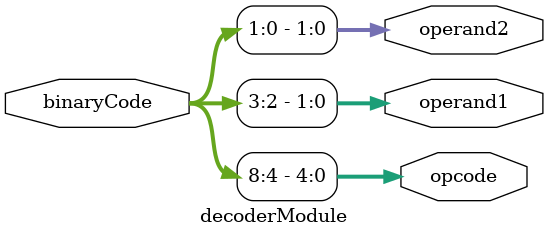
<source format=sv>
module decoderModule(
    input[8:0] binaryCode,
    output[4:0] opcode,
    output[1:0] operand1,
    output[1:0] operand2
);

	assign opcode = binaryCode[8:4];
	assign operand1 = binaryCode[3:2];
	assign operand2 = binaryCode[1:0];

endmodule


</source>
